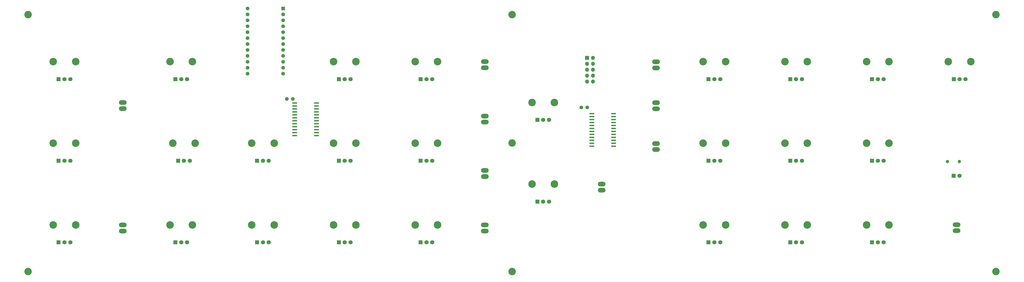
<source format=gbr>
%TF.GenerationSoftware,KiCad,Pcbnew,(5.1.7-0-10_14)*%
%TF.CreationDate,2021-05-20T13:51:09-03:00*%
%TF.ProjectId,MiniMood (tht),4d696e69-4d6f-46f6-9420-28746874292e,1*%
%TF.SameCoordinates,Original*%
%TF.FileFunction,Soldermask,Bot*%
%TF.FilePolarity,Negative*%
%FSLAX46Y46*%
G04 Gerber Fmt 4.6, Leading zero omitted, Abs format (unit mm)*
G04 Created by KiCad (PCBNEW (5.1.7-0-10_14)) date 2021-05-20 13:51:09*
%MOMM*%
%LPD*%
G01*
G04 APERTURE LIST*
%ADD10O,3.300000X2.000000*%
%ADD11C,1.600000*%
%ADD12R,1.600000X1.600000*%
%ADD13R,1.800000X1.800000*%
%ADD14C,1.800000*%
%ADD15C,3.240000*%
%ADD16C,3.200000*%
%ADD17O,1.700000X1.700000*%
%ADD18R,1.700000X1.700000*%
%ADD19O,1.400000X1.400000*%
%ADD20C,1.400000*%
G04 APERTURE END LIST*
D10*
%TO.C,SW1*%
X64550000Y-64290000D03*
X64550000Y-61690000D03*
%TD*%
%TO.C,SW2*%
X64550000Y-116790000D03*
X64550000Y-114190000D03*
%TD*%
%TO.C,SW3*%
X219550000Y-46790000D03*
X219550000Y-44190000D03*
%TD*%
%TO.C,SW4*%
X219550000Y-70123333D03*
X219550000Y-67523333D03*
%TD*%
%TO.C,SW5*%
X219550000Y-93456666D03*
X219550000Y-90856666D03*
%TD*%
%TO.C,SW6*%
X219550000Y-116790000D03*
X219550000Y-114190000D03*
%TD*%
%TO.C,SW7*%
X269550000Y-99290000D03*
X269550000Y-96690000D03*
%TD*%
%TO.C,SW8*%
X292850000Y-46890000D03*
X292850000Y-44290000D03*
%TD*%
%TO.C,SW9*%
X292850000Y-64390000D03*
X292850000Y-61790000D03*
%TD*%
%TO.C,SW10*%
X292850000Y-81890000D03*
X292850000Y-79290000D03*
%TD*%
%TO.C,SW11*%
X421550000Y-116690000D03*
X421550000Y-114090000D03*
%TD*%
D11*
%TO.C,U3*%
X117930000Y-21430000D03*
X117930000Y-23970000D03*
X117930000Y-26510000D03*
X117930000Y-29050000D03*
X117930000Y-31590000D03*
X117930000Y-34130000D03*
X117930000Y-36670000D03*
X117930000Y-39210000D03*
X117930000Y-41750000D03*
X117930000Y-44290000D03*
X117930000Y-46830000D03*
X117930000Y-49370000D03*
X133170000Y-49370000D03*
X133170000Y-46830000D03*
X133170000Y-44290000D03*
X133170000Y-41750000D03*
X133170000Y-39210000D03*
X133170000Y-36670000D03*
X133170000Y-34130000D03*
X133170000Y-31590000D03*
X133170000Y-29050000D03*
X133170000Y-26510000D03*
X133170000Y-23970000D03*
D12*
X133170000Y-21430000D03*
%TD*%
D13*
%TO.C,pot3*%
X37050000Y-121690000D03*
D14*
X39550000Y-121690000D03*
X42050000Y-121690000D03*
D15*
X44350000Y-114190000D03*
X34750000Y-114190000D03*
%TD*%
D13*
%TO.C,pot2*%
X37050000Y-86690000D03*
D14*
X39550000Y-86690000D03*
X42050000Y-86690000D03*
D15*
X44350000Y-79190000D03*
X34750000Y-79190000D03*
%TD*%
D13*
%TO.C,pot4*%
X87050000Y-51690000D03*
D14*
X89550000Y-51690000D03*
X92050000Y-51690000D03*
D15*
X94350000Y-44190000D03*
X84750000Y-44190000D03*
%TD*%
D13*
%TO.C,pot5*%
X88225001Y-86690000D03*
D14*
X90725001Y-86690000D03*
X93225001Y-86690000D03*
D15*
X95525001Y-79190000D03*
X85925001Y-79190000D03*
%TD*%
D13*
%TO.C,pot6*%
X87050000Y-121690000D03*
D14*
X89550000Y-121690000D03*
X92050000Y-121690000D03*
D15*
X94350000Y-114190000D03*
X84750000Y-114190000D03*
%TD*%
D13*
%TO.C,pot7*%
X122050000Y-86690000D03*
D14*
X124550000Y-86690000D03*
X127050000Y-86690000D03*
D15*
X129350000Y-79190000D03*
X119750000Y-79190000D03*
%TD*%
D13*
%TO.C,pot8*%
X122050000Y-121690000D03*
D14*
X124550000Y-121690000D03*
X127050000Y-121690000D03*
D15*
X129350000Y-114190000D03*
X119750000Y-114190000D03*
%TD*%
D13*
%TO.C,pot9*%
X157050000Y-51690000D03*
D14*
X159550000Y-51690000D03*
X162050000Y-51690000D03*
D15*
X164350000Y-44190000D03*
X154750000Y-44190000D03*
%TD*%
D13*
%TO.C,pot10*%
X157050000Y-86690000D03*
D14*
X159550000Y-86690000D03*
X162050000Y-86690000D03*
D15*
X164350000Y-79190000D03*
X154750000Y-79190000D03*
%TD*%
D13*
%TO.C,pot11*%
X157050000Y-121690000D03*
D14*
X159550000Y-121690000D03*
X162050000Y-121690000D03*
D15*
X164350000Y-114190000D03*
X154750000Y-114190000D03*
%TD*%
D13*
%TO.C,pot12*%
X192050000Y-51690000D03*
D14*
X194550000Y-51690000D03*
X197050000Y-51690000D03*
D15*
X199350000Y-44190000D03*
X189750000Y-44190000D03*
%TD*%
D13*
%TO.C,pot13*%
X192050000Y-86690000D03*
D14*
X194550000Y-86690000D03*
X197050000Y-86690000D03*
D15*
X199350000Y-79190000D03*
X189750000Y-79190000D03*
%TD*%
D13*
%TO.C,pot14*%
X192050000Y-121690000D03*
D14*
X194550000Y-121690000D03*
X197050000Y-121690000D03*
D15*
X199350000Y-114190000D03*
X189750000Y-114190000D03*
%TD*%
D13*
%TO.C,pot15*%
X242050000Y-69190000D03*
D14*
X244550000Y-69190000D03*
X247050000Y-69190000D03*
D15*
X249350000Y-61690000D03*
X239750000Y-61690000D03*
%TD*%
D13*
%TO.C,pot16*%
X242050000Y-104190000D03*
D14*
X244550000Y-104190000D03*
X247050000Y-104190000D03*
D15*
X249350000Y-96690000D03*
X239750000Y-96690000D03*
%TD*%
D13*
%TO.C,pot17*%
X315350000Y-51690000D03*
D14*
X317850000Y-51690000D03*
X320350000Y-51690000D03*
D15*
X322650000Y-44190000D03*
X313050000Y-44190000D03*
%TD*%
D13*
%TO.C,pot18*%
X315350000Y-86690000D03*
D14*
X317850000Y-86690000D03*
X320350000Y-86690000D03*
D15*
X322650000Y-79190000D03*
X313050000Y-79190000D03*
%TD*%
D13*
%TO.C,pot19*%
X315350000Y-121690000D03*
D14*
X317850000Y-121690000D03*
X320350000Y-121690000D03*
D15*
X322650000Y-114190000D03*
X313050000Y-114190000D03*
%TD*%
D13*
%TO.C,pot20*%
X350350000Y-51690000D03*
D14*
X352850000Y-51690000D03*
X355350000Y-51690000D03*
D15*
X357650000Y-44190000D03*
X348050000Y-44190000D03*
%TD*%
D13*
%TO.C,pot21*%
X350350000Y-86690000D03*
D14*
X352850000Y-86690000D03*
X355350000Y-86690000D03*
D15*
X357650000Y-79190000D03*
X348050000Y-79190000D03*
%TD*%
D13*
%TO.C,pot22*%
X350350000Y-121690000D03*
D14*
X352850000Y-121690000D03*
X355350000Y-121690000D03*
D15*
X357650000Y-114190000D03*
X348050000Y-114190000D03*
%TD*%
D13*
%TO.C,pot23*%
X385350000Y-51690000D03*
D14*
X387850000Y-51690000D03*
X390350000Y-51690000D03*
D15*
X392650000Y-44190000D03*
X383050000Y-44190000D03*
%TD*%
D13*
%TO.C,pot24*%
X385350000Y-86690000D03*
D14*
X387850000Y-86690000D03*
X390350000Y-86690000D03*
D15*
X392650000Y-79190000D03*
X383050000Y-79190000D03*
%TD*%
D13*
%TO.C,pot25*%
X385350000Y-121690000D03*
D14*
X387850000Y-121690000D03*
X390350000Y-121690000D03*
D15*
X392650000Y-114190000D03*
X383050000Y-114190000D03*
%TD*%
D13*
%TO.C,pot26*%
X420350000Y-51690000D03*
D14*
X422850000Y-51690000D03*
X425350000Y-51690000D03*
D15*
X427650000Y-44190000D03*
X418050000Y-44190000D03*
%TD*%
D13*
%TO.C,pot1*%
X37050000Y-51690000D03*
D14*
X39550000Y-51690000D03*
X42050000Y-51690000D03*
D15*
X44350000Y-44190000D03*
X34750000Y-44190000D03*
%TD*%
D16*
%TO.C,REF\u002A\u002A*%
X231200000Y-24000000D03*
%TD*%
%TO.C,REF\u002A\u002A*%
X231200000Y-134190000D03*
%TD*%
%TO.C,REF\u002A\u002A*%
X438420000Y-134190000D03*
%TD*%
%TO.C,REF\u002A\u002A*%
X23990000Y-134190000D03*
%TD*%
%TO.C,REF\u002A\u002A*%
X23990000Y-24000000D03*
%TD*%
%TO.C,REF\u002A\u002A*%
X438420000Y-24000000D03*
%TD*%
%TO.C,REF\u002A\u002A*%
X231200000Y-79090000D03*
%TD*%
D14*
%TO.C,D1*%
X422815000Y-93090000D03*
D13*
X420275000Y-93090000D03*
%TD*%
%TO.C,4067_1*%
G36*
G01*
X139175000Y-61805000D02*
X139175000Y-62105000D01*
G75*
G02*
X139025000Y-62255000I-150000J0D01*
G01*
X137275000Y-62255000D01*
G75*
G02*
X137125000Y-62105000I0J150000D01*
G01*
X137125000Y-61805000D01*
G75*
G02*
X137275000Y-61655000I150000J0D01*
G01*
X139025000Y-61655000D01*
G75*
G02*
X139175000Y-61805000I0J-150000D01*
G01*
G37*
G36*
G01*
X139175000Y-63075000D02*
X139175000Y-63375000D01*
G75*
G02*
X139025000Y-63525000I-150000J0D01*
G01*
X137275000Y-63525000D01*
G75*
G02*
X137125000Y-63375000I0J150000D01*
G01*
X137125000Y-63075000D01*
G75*
G02*
X137275000Y-62925000I150000J0D01*
G01*
X139025000Y-62925000D01*
G75*
G02*
X139175000Y-63075000I0J-150000D01*
G01*
G37*
G36*
G01*
X139175000Y-64345000D02*
X139175000Y-64645000D01*
G75*
G02*
X139025000Y-64795000I-150000J0D01*
G01*
X137275000Y-64795000D01*
G75*
G02*
X137125000Y-64645000I0J150000D01*
G01*
X137125000Y-64345000D01*
G75*
G02*
X137275000Y-64195000I150000J0D01*
G01*
X139025000Y-64195000D01*
G75*
G02*
X139175000Y-64345000I0J-150000D01*
G01*
G37*
G36*
G01*
X139175000Y-65615000D02*
X139175000Y-65915000D01*
G75*
G02*
X139025000Y-66065000I-150000J0D01*
G01*
X137275000Y-66065000D01*
G75*
G02*
X137125000Y-65915000I0J150000D01*
G01*
X137125000Y-65615000D01*
G75*
G02*
X137275000Y-65465000I150000J0D01*
G01*
X139025000Y-65465000D01*
G75*
G02*
X139175000Y-65615000I0J-150000D01*
G01*
G37*
G36*
G01*
X139175000Y-66885000D02*
X139175000Y-67185000D01*
G75*
G02*
X139025000Y-67335000I-150000J0D01*
G01*
X137275000Y-67335000D01*
G75*
G02*
X137125000Y-67185000I0J150000D01*
G01*
X137125000Y-66885000D01*
G75*
G02*
X137275000Y-66735000I150000J0D01*
G01*
X139025000Y-66735000D01*
G75*
G02*
X139175000Y-66885000I0J-150000D01*
G01*
G37*
G36*
G01*
X139175000Y-68155000D02*
X139175000Y-68455000D01*
G75*
G02*
X139025000Y-68605000I-150000J0D01*
G01*
X137275000Y-68605000D01*
G75*
G02*
X137125000Y-68455000I0J150000D01*
G01*
X137125000Y-68155000D01*
G75*
G02*
X137275000Y-68005000I150000J0D01*
G01*
X139025000Y-68005000D01*
G75*
G02*
X139175000Y-68155000I0J-150000D01*
G01*
G37*
G36*
G01*
X139175000Y-69425000D02*
X139175000Y-69725000D01*
G75*
G02*
X139025000Y-69875000I-150000J0D01*
G01*
X137275000Y-69875000D01*
G75*
G02*
X137125000Y-69725000I0J150000D01*
G01*
X137125000Y-69425000D01*
G75*
G02*
X137275000Y-69275000I150000J0D01*
G01*
X139025000Y-69275000D01*
G75*
G02*
X139175000Y-69425000I0J-150000D01*
G01*
G37*
G36*
G01*
X139175000Y-70695000D02*
X139175000Y-70995000D01*
G75*
G02*
X139025000Y-71145000I-150000J0D01*
G01*
X137275000Y-71145000D01*
G75*
G02*
X137125000Y-70995000I0J150000D01*
G01*
X137125000Y-70695000D01*
G75*
G02*
X137275000Y-70545000I150000J0D01*
G01*
X139025000Y-70545000D01*
G75*
G02*
X139175000Y-70695000I0J-150000D01*
G01*
G37*
G36*
G01*
X139175000Y-71965000D02*
X139175000Y-72265000D01*
G75*
G02*
X139025000Y-72415000I-150000J0D01*
G01*
X137275000Y-72415000D01*
G75*
G02*
X137125000Y-72265000I0J150000D01*
G01*
X137125000Y-71965000D01*
G75*
G02*
X137275000Y-71815000I150000J0D01*
G01*
X139025000Y-71815000D01*
G75*
G02*
X139175000Y-71965000I0J-150000D01*
G01*
G37*
G36*
G01*
X139175000Y-73235000D02*
X139175000Y-73535000D01*
G75*
G02*
X139025000Y-73685000I-150000J0D01*
G01*
X137275000Y-73685000D01*
G75*
G02*
X137125000Y-73535000I0J150000D01*
G01*
X137125000Y-73235000D01*
G75*
G02*
X137275000Y-73085000I150000J0D01*
G01*
X139025000Y-73085000D01*
G75*
G02*
X139175000Y-73235000I0J-150000D01*
G01*
G37*
G36*
G01*
X139175000Y-74505000D02*
X139175000Y-74805000D01*
G75*
G02*
X139025000Y-74955000I-150000J0D01*
G01*
X137275000Y-74955000D01*
G75*
G02*
X137125000Y-74805000I0J150000D01*
G01*
X137125000Y-74505000D01*
G75*
G02*
X137275000Y-74355000I150000J0D01*
G01*
X139025000Y-74355000D01*
G75*
G02*
X139175000Y-74505000I0J-150000D01*
G01*
G37*
G36*
G01*
X139175000Y-75775000D02*
X139175000Y-76075000D01*
G75*
G02*
X139025000Y-76225000I-150000J0D01*
G01*
X137275000Y-76225000D01*
G75*
G02*
X137125000Y-76075000I0J150000D01*
G01*
X137125000Y-75775000D01*
G75*
G02*
X137275000Y-75625000I150000J0D01*
G01*
X139025000Y-75625000D01*
G75*
G02*
X139175000Y-75775000I0J-150000D01*
G01*
G37*
G36*
G01*
X148475000Y-75775000D02*
X148475000Y-76075000D01*
G75*
G02*
X148325000Y-76225000I-150000J0D01*
G01*
X146575000Y-76225000D01*
G75*
G02*
X146425000Y-76075000I0J150000D01*
G01*
X146425000Y-75775000D01*
G75*
G02*
X146575000Y-75625000I150000J0D01*
G01*
X148325000Y-75625000D01*
G75*
G02*
X148475000Y-75775000I0J-150000D01*
G01*
G37*
G36*
G01*
X148475000Y-74505000D02*
X148475000Y-74805000D01*
G75*
G02*
X148325000Y-74955000I-150000J0D01*
G01*
X146575000Y-74955000D01*
G75*
G02*
X146425000Y-74805000I0J150000D01*
G01*
X146425000Y-74505000D01*
G75*
G02*
X146575000Y-74355000I150000J0D01*
G01*
X148325000Y-74355000D01*
G75*
G02*
X148475000Y-74505000I0J-150000D01*
G01*
G37*
G36*
G01*
X148475000Y-73235000D02*
X148475000Y-73535000D01*
G75*
G02*
X148325000Y-73685000I-150000J0D01*
G01*
X146575000Y-73685000D01*
G75*
G02*
X146425000Y-73535000I0J150000D01*
G01*
X146425000Y-73235000D01*
G75*
G02*
X146575000Y-73085000I150000J0D01*
G01*
X148325000Y-73085000D01*
G75*
G02*
X148475000Y-73235000I0J-150000D01*
G01*
G37*
G36*
G01*
X148475000Y-71965000D02*
X148475000Y-72265000D01*
G75*
G02*
X148325000Y-72415000I-150000J0D01*
G01*
X146575000Y-72415000D01*
G75*
G02*
X146425000Y-72265000I0J150000D01*
G01*
X146425000Y-71965000D01*
G75*
G02*
X146575000Y-71815000I150000J0D01*
G01*
X148325000Y-71815000D01*
G75*
G02*
X148475000Y-71965000I0J-150000D01*
G01*
G37*
G36*
G01*
X148475000Y-70695000D02*
X148475000Y-70995000D01*
G75*
G02*
X148325000Y-71145000I-150000J0D01*
G01*
X146575000Y-71145000D01*
G75*
G02*
X146425000Y-70995000I0J150000D01*
G01*
X146425000Y-70695000D01*
G75*
G02*
X146575000Y-70545000I150000J0D01*
G01*
X148325000Y-70545000D01*
G75*
G02*
X148475000Y-70695000I0J-150000D01*
G01*
G37*
G36*
G01*
X148475000Y-69425000D02*
X148475000Y-69725000D01*
G75*
G02*
X148325000Y-69875000I-150000J0D01*
G01*
X146575000Y-69875000D01*
G75*
G02*
X146425000Y-69725000I0J150000D01*
G01*
X146425000Y-69425000D01*
G75*
G02*
X146575000Y-69275000I150000J0D01*
G01*
X148325000Y-69275000D01*
G75*
G02*
X148475000Y-69425000I0J-150000D01*
G01*
G37*
G36*
G01*
X148475000Y-68155000D02*
X148475000Y-68455000D01*
G75*
G02*
X148325000Y-68605000I-150000J0D01*
G01*
X146575000Y-68605000D01*
G75*
G02*
X146425000Y-68455000I0J150000D01*
G01*
X146425000Y-68155000D01*
G75*
G02*
X146575000Y-68005000I150000J0D01*
G01*
X148325000Y-68005000D01*
G75*
G02*
X148475000Y-68155000I0J-150000D01*
G01*
G37*
G36*
G01*
X148475000Y-66885000D02*
X148475000Y-67185000D01*
G75*
G02*
X148325000Y-67335000I-150000J0D01*
G01*
X146575000Y-67335000D01*
G75*
G02*
X146425000Y-67185000I0J150000D01*
G01*
X146425000Y-66885000D01*
G75*
G02*
X146575000Y-66735000I150000J0D01*
G01*
X148325000Y-66735000D01*
G75*
G02*
X148475000Y-66885000I0J-150000D01*
G01*
G37*
G36*
G01*
X148475000Y-65615000D02*
X148475000Y-65915000D01*
G75*
G02*
X148325000Y-66065000I-150000J0D01*
G01*
X146575000Y-66065000D01*
G75*
G02*
X146425000Y-65915000I0J150000D01*
G01*
X146425000Y-65615000D01*
G75*
G02*
X146575000Y-65465000I150000J0D01*
G01*
X148325000Y-65465000D01*
G75*
G02*
X148475000Y-65615000I0J-150000D01*
G01*
G37*
G36*
G01*
X148475000Y-64345000D02*
X148475000Y-64645000D01*
G75*
G02*
X148325000Y-64795000I-150000J0D01*
G01*
X146575000Y-64795000D01*
G75*
G02*
X146425000Y-64645000I0J150000D01*
G01*
X146425000Y-64345000D01*
G75*
G02*
X146575000Y-64195000I150000J0D01*
G01*
X148325000Y-64195000D01*
G75*
G02*
X148475000Y-64345000I0J-150000D01*
G01*
G37*
G36*
G01*
X148475000Y-63075000D02*
X148475000Y-63375000D01*
G75*
G02*
X148325000Y-63525000I-150000J0D01*
G01*
X146575000Y-63525000D01*
G75*
G02*
X146425000Y-63375000I0J150000D01*
G01*
X146425000Y-63075000D01*
G75*
G02*
X146575000Y-62925000I150000J0D01*
G01*
X148325000Y-62925000D01*
G75*
G02*
X148475000Y-63075000I0J-150000D01*
G01*
G37*
G36*
G01*
X148475000Y-61805000D02*
X148475000Y-62105000D01*
G75*
G02*
X148325000Y-62255000I-150000J0D01*
G01*
X146575000Y-62255000D01*
G75*
G02*
X146425000Y-62105000I0J150000D01*
G01*
X146425000Y-61805000D01*
G75*
G02*
X146575000Y-61655000I150000J0D01*
G01*
X148325000Y-61655000D01*
G75*
G02*
X148475000Y-61805000I0J-150000D01*
G01*
G37*
%TD*%
%TO.C,4067_2*%
G36*
G01*
X266425000Y-66305000D02*
X266425000Y-66605000D01*
G75*
G02*
X266275000Y-66755000I-150000J0D01*
G01*
X264525000Y-66755000D01*
G75*
G02*
X264375000Y-66605000I0J150000D01*
G01*
X264375000Y-66305000D01*
G75*
G02*
X264525000Y-66155000I150000J0D01*
G01*
X266275000Y-66155000D01*
G75*
G02*
X266425000Y-66305000I0J-150000D01*
G01*
G37*
G36*
G01*
X266425000Y-67575000D02*
X266425000Y-67875000D01*
G75*
G02*
X266275000Y-68025000I-150000J0D01*
G01*
X264525000Y-68025000D01*
G75*
G02*
X264375000Y-67875000I0J150000D01*
G01*
X264375000Y-67575000D01*
G75*
G02*
X264525000Y-67425000I150000J0D01*
G01*
X266275000Y-67425000D01*
G75*
G02*
X266425000Y-67575000I0J-150000D01*
G01*
G37*
G36*
G01*
X266425000Y-68845000D02*
X266425000Y-69145000D01*
G75*
G02*
X266275000Y-69295000I-150000J0D01*
G01*
X264525000Y-69295000D01*
G75*
G02*
X264375000Y-69145000I0J150000D01*
G01*
X264375000Y-68845000D01*
G75*
G02*
X264525000Y-68695000I150000J0D01*
G01*
X266275000Y-68695000D01*
G75*
G02*
X266425000Y-68845000I0J-150000D01*
G01*
G37*
G36*
G01*
X266425000Y-70115000D02*
X266425000Y-70415000D01*
G75*
G02*
X266275000Y-70565000I-150000J0D01*
G01*
X264525000Y-70565000D01*
G75*
G02*
X264375000Y-70415000I0J150000D01*
G01*
X264375000Y-70115000D01*
G75*
G02*
X264525000Y-69965000I150000J0D01*
G01*
X266275000Y-69965000D01*
G75*
G02*
X266425000Y-70115000I0J-150000D01*
G01*
G37*
G36*
G01*
X266425000Y-71385000D02*
X266425000Y-71685000D01*
G75*
G02*
X266275000Y-71835000I-150000J0D01*
G01*
X264525000Y-71835000D01*
G75*
G02*
X264375000Y-71685000I0J150000D01*
G01*
X264375000Y-71385000D01*
G75*
G02*
X264525000Y-71235000I150000J0D01*
G01*
X266275000Y-71235000D01*
G75*
G02*
X266425000Y-71385000I0J-150000D01*
G01*
G37*
G36*
G01*
X266425000Y-72655000D02*
X266425000Y-72955000D01*
G75*
G02*
X266275000Y-73105000I-150000J0D01*
G01*
X264525000Y-73105000D01*
G75*
G02*
X264375000Y-72955000I0J150000D01*
G01*
X264375000Y-72655000D01*
G75*
G02*
X264525000Y-72505000I150000J0D01*
G01*
X266275000Y-72505000D01*
G75*
G02*
X266425000Y-72655000I0J-150000D01*
G01*
G37*
G36*
G01*
X266425000Y-73925000D02*
X266425000Y-74225000D01*
G75*
G02*
X266275000Y-74375000I-150000J0D01*
G01*
X264525000Y-74375000D01*
G75*
G02*
X264375000Y-74225000I0J150000D01*
G01*
X264375000Y-73925000D01*
G75*
G02*
X264525000Y-73775000I150000J0D01*
G01*
X266275000Y-73775000D01*
G75*
G02*
X266425000Y-73925000I0J-150000D01*
G01*
G37*
G36*
G01*
X266425000Y-75195000D02*
X266425000Y-75495000D01*
G75*
G02*
X266275000Y-75645000I-150000J0D01*
G01*
X264525000Y-75645000D01*
G75*
G02*
X264375000Y-75495000I0J150000D01*
G01*
X264375000Y-75195000D01*
G75*
G02*
X264525000Y-75045000I150000J0D01*
G01*
X266275000Y-75045000D01*
G75*
G02*
X266425000Y-75195000I0J-150000D01*
G01*
G37*
G36*
G01*
X266425000Y-76465000D02*
X266425000Y-76765000D01*
G75*
G02*
X266275000Y-76915000I-150000J0D01*
G01*
X264525000Y-76915000D01*
G75*
G02*
X264375000Y-76765000I0J150000D01*
G01*
X264375000Y-76465000D01*
G75*
G02*
X264525000Y-76315000I150000J0D01*
G01*
X266275000Y-76315000D01*
G75*
G02*
X266425000Y-76465000I0J-150000D01*
G01*
G37*
G36*
G01*
X266425000Y-77735000D02*
X266425000Y-78035000D01*
G75*
G02*
X266275000Y-78185000I-150000J0D01*
G01*
X264525000Y-78185000D01*
G75*
G02*
X264375000Y-78035000I0J150000D01*
G01*
X264375000Y-77735000D01*
G75*
G02*
X264525000Y-77585000I150000J0D01*
G01*
X266275000Y-77585000D01*
G75*
G02*
X266425000Y-77735000I0J-150000D01*
G01*
G37*
G36*
G01*
X266425000Y-79005000D02*
X266425000Y-79305000D01*
G75*
G02*
X266275000Y-79455000I-150000J0D01*
G01*
X264525000Y-79455000D01*
G75*
G02*
X264375000Y-79305000I0J150000D01*
G01*
X264375000Y-79005000D01*
G75*
G02*
X264525000Y-78855000I150000J0D01*
G01*
X266275000Y-78855000D01*
G75*
G02*
X266425000Y-79005000I0J-150000D01*
G01*
G37*
G36*
G01*
X266425000Y-80275000D02*
X266425000Y-80575000D01*
G75*
G02*
X266275000Y-80725000I-150000J0D01*
G01*
X264525000Y-80725000D01*
G75*
G02*
X264375000Y-80575000I0J150000D01*
G01*
X264375000Y-80275000D01*
G75*
G02*
X264525000Y-80125000I150000J0D01*
G01*
X266275000Y-80125000D01*
G75*
G02*
X266425000Y-80275000I0J-150000D01*
G01*
G37*
G36*
G01*
X275725000Y-80275000D02*
X275725000Y-80575000D01*
G75*
G02*
X275575000Y-80725000I-150000J0D01*
G01*
X273825000Y-80725000D01*
G75*
G02*
X273675000Y-80575000I0J150000D01*
G01*
X273675000Y-80275000D01*
G75*
G02*
X273825000Y-80125000I150000J0D01*
G01*
X275575000Y-80125000D01*
G75*
G02*
X275725000Y-80275000I0J-150000D01*
G01*
G37*
G36*
G01*
X275725000Y-79005000D02*
X275725000Y-79305000D01*
G75*
G02*
X275575000Y-79455000I-150000J0D01*
G01*
X273825000Y-79455000D01*
G75*
G02*
X273675000Y-79305000I0J150000D01*
G01*
X273675000Y-79005000D01*
G75*
G02*
X273825000Y-78855000I150000J0D01*
G01*
X275575000Y-78855000D01*
G75*
G02*
X275725000Y-79005000I0J-150000D01*
G01*
G37*
G36*
G01*
X275725000Y-77735000D02*
X275725000Y-78035000D01*
G75*
G02*
X275575000Y-78185000I-150000J0D01*
G01*
X273825000Y-78185000D01*
G75*
G02*
X273675000Y-78035000I0J150000D01*
G01*
X273675000Y-77735000D01*
G75*
G02*
X273825000Y-77585000I150000J0D01*
G01*
X275575000Y-77585000D01*
G75*
G02*
X275725000Y-77735000I0J-150000D01*
G01*
G37*
G36*
G01*
X275725000Y-76465000D02*
X275725000Y-76765000D01*
G75*
G02*
X275575000Y-76915000I-150000J0D01*
G01*
X273825000Y-76915000D01*
G75*
G02*
X273675000Y-76765000I0J150000D01*
G01*
X273675000Y-76465000D01*
G75*
G02*
X273825000Y-76315000I150000J0D01*
G01*
X275575000Y-76315000D01*
G75*
G02*
X275725000Y-76465000I0J-150000D01*
G01*
G37*
G36*
G01*
X275725000Y-75195000D02*
X275725000Y-75495000D01*
G75*
G02*
X275575000Y-75645000I-150000J0D01*
G01*
X273825000Y-75645000D01*
G75*
G02*
X273675000Y-75495000I0J150000D01*
G01*
X273675000Y-75195000D01*
G75*
G02*
X273825000Y-75045000I150000J0D01*
G01*
X275575000Y-75045000D01*
G75*
G02*
X275725000Y-75195000I0J-150000D01*
G01*
G37*
G36*
G01*
X275725000Y-73925000D02*
X275725000Y-74225000D01*
G75*
G02*
X275575000Y-74375000I-150000J0D01*
G01*
X273825000Y-74375000D01*
G75*
G02*
X273675000Y-74225000I0J150000D01*
G01*
X273675000Y-73925000D01*
G75*
G02*
X273825000Y-73775000I150000J0D01*
G01*
X275575000Y-73775000D01*
G75*
G02*
X275725000Y-73925000I0J-150000D01*
G01*
G37*
G36*
G01*
X275725000Y-72655000D02*
X275725000Y-72955000D01*
G75*
G02*
X275575000Y-73105000I-150000J0D01*
G01*
X273825000Y-73105000D01*
G75*
G02*
X273675000Y-72955000I0J150000D01*
G01*
X273675000Y-72655000D01*
G75*
G02*
X273825000Y-72505000I150000J0D01*
G01*
X275575000Y-72505000D01*
G75*
G02*
X275725000Y-72655000I0J-150000D01*
G01*
G37*
G36*
G01*
X275725000Y-71385000D02*
X275725000Y-71685000D01*
G75*
G02*
X275575000Y-71835000I-150000J0D01*
G01*
X273825000Y-71835000D01*
G75*
G02*
X273675000Y-71685000I0J150000D01*
G01*
X273675000Y-71385000D01*
G75*
G02*
X273825000Y-71235000I150000J0D01*
G01*
X275575000Y-71235000D01*
G75*
G02*
X275725000Y-71385000I0J-150000D01*
G01*
G37*
G36*
G01*
X275725000Y-70115000D02*
X275725000Y-70415000D01*
G75*
G02*
X275575000Y-70565000I-150000J0D01*
G01*
X273825000Y-70565000D01*
G75*
G02*
X273675000Y-70415000I0J150000D01*
G01*
X273675000Y-70115000D01*
G75*
G02*
X273825000Y-69965000I150000J0D01*
G01*
X275575000Y-69965000D01*
G75*
G02*
X275725000Y-70115000I0J-150000D01*
G01*
G37*
G36*
G01*
X275725000Y-68845000D02*
X275725000Y-69145000D01*
G75*
G02*
X275575000Y-69295000I-150000J0D01*
G01*
X273825000Y-69295000D01*
G75*
G02*
X273675000Y-69145000I0J150000D01*
G01*
X273675000Y-68845000D01*
G75*
G02*
X273825000Y-68695000I150000J0D01*
G01*
X275575000Y-68695000D01*
G75*
G02*
X275725000Y-68845000I0J-150000D01*
G01*
G37*
G36*
G01*
X275725000Y-67575000D02*
X275725000Y-67875000D01*
G75*
G02*
X275575000Y-68025000I-150000J0D01*
G01*
X273825000Y-68025000D01*
G75*
G02*
X273675000Y-67875000I0J150000D01*
G01*
X273675000Y-67575000D01*
G75*
G02*
X273825000Y-67425000I150000J0D01*
G01*
X275575000Y-67425000D01*
G75*
G02*
X275725000Y-67575000I0J-150000D01*
G01*
G37*
G36*
G01*
X275725000Y-66305000D02*
X275725000Y-66605000D01*
G75*
G02*
X275575000Y-66755000I-150000J0D01*
G01*
X273825000Y-66755000D01*
G75*
G02*
X273675000Y-66605000I0J150000D01*
G01*
X273675000Y-66305000D01*
G75*
G02*
X273825000Y-66155000I150000J0D01*
G01*
X275575000Y-66155000D01*
G75*
G02*
X275725000Y-66305000I0J-150000D01*
G01*
G37*
%TD*%
D17*
%TO.C,J1*%
X265890000Y-52750000D03*
X263350000Y-52750000D03*
X265890000Y-50210000D03*
X263350000Y-50210000D03*
X265890000Y-47670000D03*
X263350000Y-47670000D03*
X265890000Y-45130000D03*
X263350000Y-45130000D03*
X265890000Y-42590000D03*
D18*
X263350000Y-42590000D03*
%TD*%
D11*
%TO.C,C1*%
X134840000Y-60150000D03*
X137340000Y-60150000D03*
%TD*%
%TO.C,C2*%
X263385001Y-63835001D03*
X260885001Y-63835001D03*
%TD*%
D19*
%TO.C,R1*%
X422770000Y-87050000D03*
D20*
X417690000Y-87050000D03*
%TD*%
M02*

</source>
